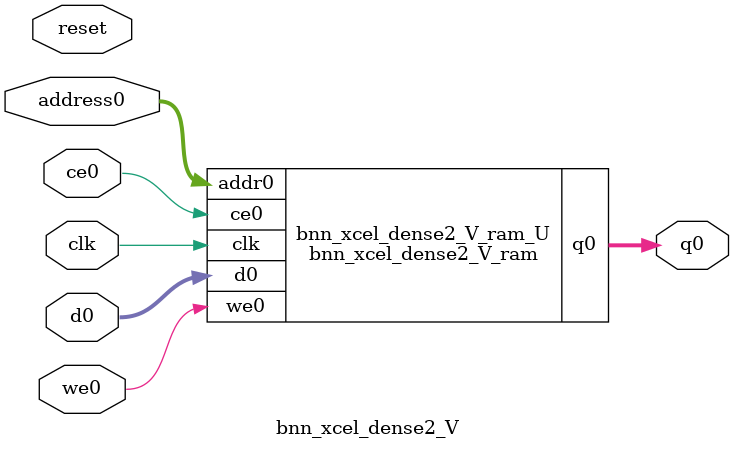
<source format=v>
`timescale 1 ns / 1 ps
module bnn_xcel_dense2_V_ram (addr0, ce0, d0, we0, q0,  clk);

parameter DWIDTH = 10;
parameter AWIDTH = 4;
parameter MEM_SIZE = 10;

input[AWIDTH-1:0] addr0;
input ce0;
input[DWIDTH-1:0] d0;
input we0;
output reg[DWIDTH-1:0] q0;
input clk;

(* ram_style = "distributed" *)reg [DWIDTH-1:0] ram[0:MEM_SIZE-1];




always @(posedge clk)  
begin 
    if (ce0) begin
        if (we0) 
            ram[addr0] <= d0; 
        q0 <= ram[addr0];
    end
end


endmodule

`timescale 1 ns / 1 ps
module bnn_xcel_dense2_V(
    reset,
    clk,
    address0,
    ce0,
    we0,
    d0,
    q0);

parameter DataWidth = 32'd10;
parameter AddressRange = 32'd10;
parameter AddressWidth = 32'd4;
input reset;
input clk;
input[AddressWidth - 1:0] address0;
input ce0;
input we0;
input[DataWidth - 1:0] d0;
output[DataWidth - 1:0] q0;



bnn_xcel_dense2_V_ram bnn_xcel_dense2_V_ram_U(
    .clk( clk ),
    .addr0( address0 ),
    .ce0( ce0 ),
    .we0( we0 ),
    .d0( d0 ),
    .q0( q0 ));

endmodule


</source>
